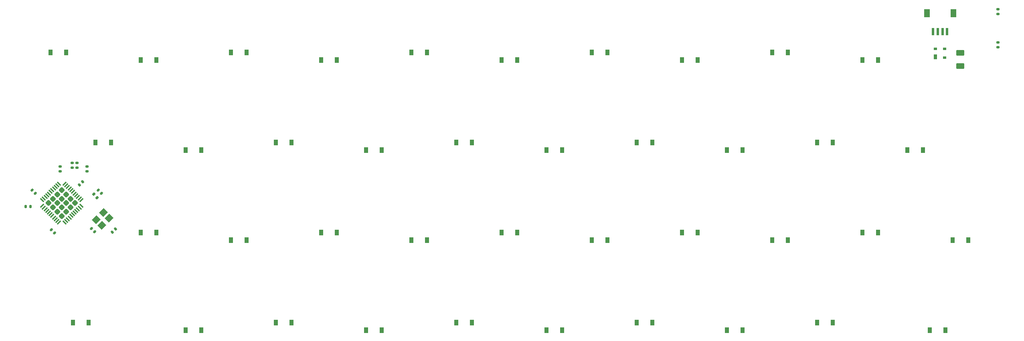
<source format=gbr>
%TF.GenerationSoftware,KiCad,Pcbnew,(6.0.7)*%
%TF.CreationDate,2022-10-29T13:55:09+02:00*%
%TF.ProjectId,Didaktik,44696461-6b74-4696-9b2e-6b696361645f,rev?*%
%TF.SameCoordinates,Original*%
%TF.FileFunction,Paste,Bot*%
%TF.FilePolarity,Positive*%
%FSLAX46Y46*%
G04 Gerber Fmt 4.6, Leading zero omitted, Abs format (unit mm)*
G04 Created by KiCad (PCBNEW (6.0.7)) date 2022-10-29 13:55:09*
%MOMM*%
%LPD*%
G01*
G04 APERTURE LIST*
G04 Aperture macros list*
%AMRoundRect*
0 Rectangle with rounded corners*
0 $1 Rounding radius*
0 $2 $3 $4 $5 $6 $7 $8 $9 X,Y pos of 4 corners*
0 Add a 4 corners polygon primitive as box body*
4,1,4,$2,$3,$4,$5,$6,$7,$8,$9,$2,$3,0*
0 Add four circle primitives for the rounded corners*
1,1,$1+$1,$2,$3*
1,1,$1+$1,$4,$5*
1,1,$1+$1,$6,$7*
1,1,$1+$1,$8,$9*
0 Add four rect primitives between the rounded corners*
20,1,$1+$1,$2,$3,$4,$5,0*
20,1,$1+$1,$4,$5,$6,$7,0*
20,1,$1+$1,$6,$7,$8,$9,0*
20,1,$1+$1,$8,$9,$2,$3,0*%
%AMRotRect*
0 Rectangle, with rotation*
0 The origin of the aperture is its center*
0 $1 length*
0 $2 width*
0 $3 Rotation angle, in degrees counterclockwise*
0 Add horizontal line*
21,1,$1,$2,0,0,$3*%
G04 Aperture macros list end*
%ADD10R,0.900000X1.200000*%
%ADD11R,1.200000X1.800000*%
%ADD12R,0.600000X1.550000*%
%ADD13RoundRect,0.140000X0.170000X-0.140000X0.170000X0.140000X-0.170000X0.140000X-0.170000X-0.140000X0*%
%ADD14RoundRect,0.140000X0.021213X-0.219203X0.219203X-0.021213X-0.021213X0.219203X-0.219203X0.021213X0*%
%ADD15RoundRect,0.135000X0.135000X0.185000X-0.135000X0.185000X-0.135000X-0.185000X0.135000X-0.185000X0*%
%ADD16RotRect,1.400000X1.200000X45.000000*%
%ADD17RoundRect,0.250000X0.000000X0.388909X-0.388909X0.000000X0.000000X-0.388909X0.388909X0.000000X0*%
%ADD18RoundRect,0.062500X0.291682X0.380070X-0.380070X-0.291682X-0.291682X-0.380070X0.380070X0.291682X0*%
%ADD19RoundRect,0.062500X-0.291682X0.380070X-0.380070X0.291682X0.291682X-0.380070X0.380070X-0.291682X0*%
%ADD20R,0.700000X1.000000*%
%ADD21R,0.700000X0.600000*%
%ADD22RoundRect,0.140000X0.219203X0.021213X0.021213X0.219203X-0.219203X-0.021213X-0.021213X-0.219203X0*%
%ADD23RoundRect,0.135000X-0.185000X0.135000X-0.185000X-0.135000X0.185000X-0.135000X0.185000X0.135000X0*%
%ADD24RoundRect,0.135000X0.226274X0.035355X0.035355X0.226274X-0.226274X-0.035355X-0.035355X-0.226274X0*%
%ADD25RoundRect,0.135000X0.185000X-0.135000X0.185000X0.135000X-0.185000X0.135000X-0.185000X-0.135000X0*%
%ADD26RoundRect,0.250000X-0.625000X0.375000X-0.625000X-0.375000X0.625000X-0.375000X0.625000X0.375000X0*%
%ADD27RoundRect,0.140000X-0.219203X-0.021213X-0.021213X-0.219203X0.219203X0.021213X0.021213X0.219203X0*%
G04 APERTURE END LIST*
D10*
%TO.C,D29*%
X166750000Y-104775000D03*
X163450000Y-104775000D03*
%TD*%
D11*
%TO.C,J1*%
X230312500Y-39321000D03*
X224712500Y-39321000D03*
D12*
X226012500Y-43196000D03*
X227012500Y-43196000D03*
X228012500Y-43196000D03*
X229012500Y-43196000D03*
%TD*%
D10*
%TO.C,D6*%
X71500000Y-68262500D03*
X68200000Y-68262500D03*
%TD*%
D13*
%TO.C,C1*%
X41656000Y-72743000D03*
X41656000Y-71783000D03*
%TD*%
D10*
%TO.C,D14*%
X109600000Y-68262500D03*
X106300000Y-68262500D03*
%TD*%
%TO.C,D40*%
X233425000Y-87312500D03*
X230125000Y-87312500D03*
%TD*%
%TO.C,D8*%
X71500000Y-106362500D03*
X68200000Y-106362500D03*
%TD*%
%TO.C,D3*%
X61975000Y-85725000D03*
X58675000Y-85725000D03*
%TD*%
%TO.C,D36*%
X214375000Y-85725000D03*
X211075000Y-85725000D03*
%TD*%
%TO.C,D32*%
X195325000Y-87312500D03*
X192025000Y-87312500D03*
%TD*%
D14*
%TO.C,C4*%
X52683089Y-85656080D03*
X53361911Y-84977258D03*
%TD*%
D10*
%TO.C,D1*%
X42925000Y-47625000D03*
X39625000Y-47625000D03*
%TD*%
D15*
%TO.C,R4*%
X35435000Y-80264000D03*
X34415000Y-80264000D03*
%TD*%
D16*
%TO.C,Y1*%
X49294142Y-83048696D03*
X50849777Y-81493061D03*
X52051858Y-82695142D03*
X50496223Y-84250777D03*
%TD*%
D10*
%TO.C,D15*%
X119125000Y-87312500D03*
X115825000Y-87312500D03*
%TD*%
D17*
%TO.C,U1*%
X42956239Y-81340478D03*
X44794716Y-79502000D03*
X42037000Y-82259716D03*
X41117761Y-77663522D03*
X42956239Y-77663522D03*
X41117761Y-79502000D03*
X42037000Y-80421239D03*
X41117761Y-81340478D03*
X43875478Y-80421239D03*
X42956239Y-79502000D03*
X42037000Y-78582761D03*
X40198522Y-78582761D03*
X42037000Y-76744284D03*
X40198522Y-80421239D03*
X43875478Y-78582761D03*
X39279284Y-79502000D03*
D18*
X42629202Y-75374264D03*
X42982755Y-75727818D03*
X43336309Y-76081371D03*
X43689862Y-76434924D03*
X44043415Y-76788478D03*
X44396969Y-77142031D03*
X44750522Y-77495585D03*
X45104076Y-77849138D03*
X45457629Y-78202691D03*
X45811182Y-78556245D03*
X46164736Y-78909798D03*
D19*
X46164736Y-80094202D03*
X45811182Y-80447755D03*
X45457629Y-80801309D03*
X45104076Y-81154862D03*
X44750522Y-81508415D03*
X44396969Y-81861969D03*
X44043415Y-82215522D03*
X43689862Y-82569076D03*
X43336309Y-82922629D03*
X42982755Y-83276182D03*
X42629202Y-83629736D03*
D18*
X41444798Y-83629736D03*
X41091245Y-83276182D03*
X40737691Y-82922629D03*
X40384138Y-82569076D03*
X40030585Y-82215522D03*
X39677031Y-81861969D03*
X39323478Y-81508415D03*
X38969924Y-81154862D03*
X38616371Y-80801309D03*
X38262818Y-80447755D03*
X37909264Y-80094202D03*
D19*
X37909264Y-78909798D03*
X38262818Y-78556245D03*
X38616371Y-78202691D03*
X38969924Y-77849138D03*
X39323478Y-77495585D03*
X39677031Y-77142031D03*
X40030585Y-76788478D03*
X40384138Y-76434924D03*
X40737691Y-76081371D03*
X41091245Y-75727818D03*
X41444798Y-75374264D03*
%TD*%
D20*
%TO.C,D25*%
X226512500Y-48552000D03*
D21*
X226512500Y-46852000D03*
X228512500Y-46852000D03*
X228512500Y-48752000D03*
%TD*%
D10*
%TO.C,D34*%
X195325000Y-47625000D03*
X192025000Y-47625000D03*
%TD*%
%TO.C,D23*%
X157225000Y-87312500D03*
X153925000Y-87312500D03*
%TD*%
%TO.C,D21*%
X138175000Y-49212500D03*
X134875000Y-49212500D03*
%TD*%
%TO.C,D39*%
X223900000Y-68262500D03*
X220600000Y-68262500D03*
%TD*%
%TO.C,D30*%
X176275000Y-49212500D03*
X172975000Y-49212500D03*
%TD*%
%TO.C,D41*%
X228662500Y-106362500D03*
X225362500Y-106362500D03*
%TD*%
%TO.C,D20*%
X128650000Y-104775000D03*
X125350000Y-104775000D03*
%TD*%
%TO.C,D24*%
X147700000Y-106362500D03*
X144400000Y-106362500D03*
%TD*%
%TO.C,D26*%
X157225000Y-47625000D03*
X153925000Y-47625000D03*
%TD*%
%TO.C,D22*%
X147700000Y-68262500D03*
X144400000Y-68262500D03*
%TD*%
%TO.C,D13*%
X100075000Y-49212500D03*
X96775000Y-49212500D03*
%TD*%
D22*
%TO.C,C3*%
X48944911Y-85592580D03*
X48266089Y-84913758D03*
%TD*%
D10*
%TO.C,D7*%
X81025000Y-87312500D03*
X77725000Y-87312500D03*
%TD*%
%TO.C,D4*%
X47687500Y-104775000D03*
X44387500Y-104775000D03*
%TD*%
D23*
%TO.C,R2*%
X45212000Y-70991000D03*
X45212000Y-72011000D03*
%TD*%
D10*
%TO.C,D38*%
X214375000Y-49212500D03*
X211075000Y-49212500D03*
%TD*%
D24*
%TO.C,R3*%
X49509624Y-78338624D03*
X48788376Y-77617376D03*
%TD*%
D10*
%TO.C,D31*%
X185800000Y-68262500D03*
X182500000Y-68262500D03*
%TD*%
%TO.C,D2*%
X52450000Y-66675000D03*
X49150000Y-66675000D03*
%TD*%
%TO.C,D9*%
X81025000Y-47625000D03*
X77725000Y-47625000D03*
%TD*%
%TO.C,D12*%
X90550000Y-104775000D03*
X87250000Y-104775000D03*
%TD*%
%TO.C,D35*%
X204850000Y-66675000D03*
X201550000Y-66675000D03*
%TD*%
D25*
%TO.C,R9*%
X239769074Y-39512851D03*
X239769074Y-38492851D03*
%TD*%
D26*
%TO.C,F1*%
X231775000Y-47749000D03*
X231775000Y-50549000D03*
%TD*%
D10*
%TO.C,D33*%
X185800000Y-106362500D03*
X182500000Y-106362500D03*
%TD*%
%TO.C,D17*%
X119125000Y-47625000D03*
X115825000Y-47625000D03*
%TD*%
%TO.C,D27*%
X166750000Y-66675000D03*
X163450000Y-66675000D03*
%TD*%
%TO.C,D16*%
X109600000Y-106362500D03*
X106300000Y-106362500D03*
%TD*%
%TO.C,D28*%
X176275000Y-85725000D03*
X172975000Y-85725000D03*
%TD*%
%TO.C,D18*%
X128650000Y-66675000D03*
X125350000Y-66675000D03*
%TD*%
D25*
%TO.C,R8*%
X239712500Y-46547500D03*
X239712500Y-45527500D03*
%TD*%
D10*
%TO.C,D5*%
X61975000Y-49212500D03*
X58675000Y-49212500D03*
%TD*%
%TO.C,D19*%
X138175000Y-85725000D03*
X134875000Y-85725000D03*
%TD*%
D22*
%TO.C,C5*%
X36407411Y-77428411D03*
X35728589Y-76749589D03*
%TD*%
D10*
%TO.C,D10*%
X90550000Y-66675000D03*
X87250000Y-66675000D03*
%TD*%
D23*
%TO.C,R1*%
X44196000Y-70991000D03*
X44196000Y-72011000D03*
%TD*%
D22*
%TO.C,C7*%
X50377411Y-77428411D03*
X49698589Y-76749589D03*
%TD*%
D14*
%TO.C,C6*%
X45761589Y-75650411D03*
X46440411Y-74971589D03*
%TD*%
D10*
%TO.C,D37*%
X204850000Y-104775000D03*
X201550000Y-104775000D03*
%TD*%
D27*
%TO.C,C2*%
X39792589Y-85131589D03*
X40471411Y-85810411D03*
%TD*%
D13*
%TO.C,C8*%
X47371000Y-72743000D03*
X47371000Y-71783000D03*
%TD*%
D10*
%TO.C,D11*%
X100075000Y-85725000D03*
X96775000Y-85725000D03*
%TD*%
M02*

</source>
